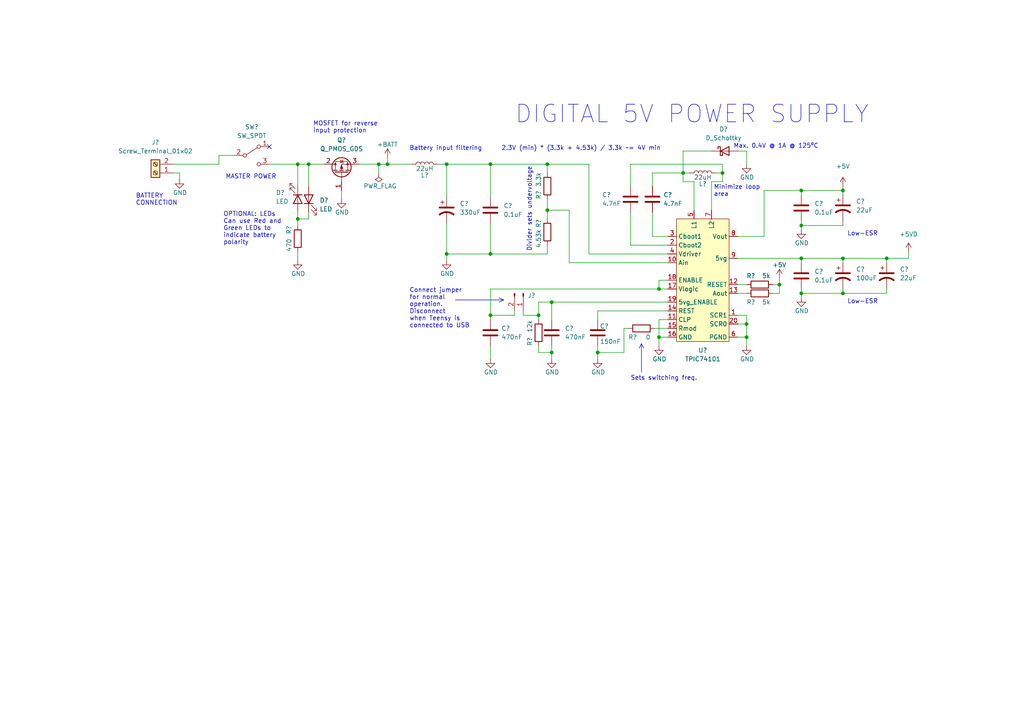
<source format=kicad_sch>
(kicad_sch (version 20230121) (generator eeschema)
  (paper "A4")
  (lib_symbols
    (symbol "Connector:Conn_01x02_Male" (pin_names (offset 1.016) hide)
      (property "Reference" "J" (at 0 2.54 0))
      (property "Value" "Conn_01x02_Male" (at 0 -5.08 0))
      (symbol "Conn_01x02_Male_1_1"
        (polyline (pts (xy 1.27 -2.54) (xy 0.8636 -2.54)) (stroke (width 0.1524)))
        (polyline (pts (xy 1.27 0) (xy 0.8636 0)) (stroke (width 0.1524)))
        (rectangle (start 0.8636 -2.413) (end 0 -2.667) (stroke (width 0.1524)) (fill (type outline)))
        (rectangle (start 0.8636 0.127) (end 0 -0.127) (stroke (width 0.1524)) (fill (type outline)))
        (pin passive line (at 5.08 0 180) (length 3.81) (name "Pin_1") (number "1"))
        (pin passive line (at 5.08 -2.54 180) (length 3.81) (name "Pin_2") (number "2"))
      )
    )
    (symbol "Connector:Screw_Terminal_01x02" (pin_names (offset 1.016) hide)
      (property "Reference" "J" (at 0 2.54 0))
      (property "Value" "Screw_Terminal_01x02" (at 0 -5.08 0))
      (symbol "Screw_Terminal_01x02_1_1"
        (rectangle (start -1.27 1.27) (end 1.27 -3.81) (stroke (width 0.254)) (fill (type background)))
        (circle (center 0 -2.54) (radius 0.635) (stroke (width 0.1524)))
        (polyline (pts (xy -0.5334 -2.2098) (xy 0.3302 -3.048)) (stroke (width 0.1524)))
        (polyline (pts (xy -0.5334 0.3302) (xy 0.3302 -0.508)) (stroke (width 0.1524)))
        (polyline (pts (xy -0.3556 -2.032) (xy 0.508 -2.8702)) (stroke (width 0.1524)))
        (polyline (pts (xy -0.3556 0.508) (xy 0.508 -0.3302)) (stroke (width 0.1524)))
        (circle (center 0 0) (radius 0.635) (stroke (width 0.1524)))
        (pin passive line (at -5.08 0 0) (length 3.81) (name "Pin_1") (number "1"))
        (pin passive line (at -5.08 -2.54 0) (length 3.81) (name "Pin_2") (number "2"))
      )
    )
    (symbol "Device:C" (pin_numbers hide) (pin_names (offset 0.254))
      (property "Reference" "C" (at 0.635 2.54 0))
      (property "Value" "C" (at 0.635 -2.54 0))
      (symbol "C_0_1"
        (polyline (pts (xy -2.032 -0.762) (xy 2.032 -0.762)) (stroke (width 0.508)))
        (polyline (pts (xy -2.032 0.762) (xy 2.032 0.762)) (stroke (width 0.508)))
      )
      (symbol "C_1_1"
        (pin passive line (at 0 3.81 270) (length 2.794) (name "~") (number "1"))
        (pin passive line (at 0 -3.81 90) (length 2.794) (name "~") (number "2"))
      )
    )
    (symbol "Device:C_Polarized_US" (pin_numbers hide) (pin_names (offset 0.254) hide)
      (property "Reference" "C" (at 0.635 2.54 0))
      (property "Value" "C_Polarized_US" (at 0.635 -2.54 0))
      (symbol "C_Polarized_US_0_1"
        (polyline (pts (xy -2.032 0.762) (xy 2.032 0.762)) (stroke (width 0.508)))
        (polyline (pts (xy -1.778 2.286) (xy -0.762 2.286)))
        (polyline (pts (xy -1.27 1.778) (xy -1.27 2.794)))
        (arc (start 2.032 -1.27) (mid 0 -0.5572) (end -2.032 -1.27) (stroke (width 0.508)))
      )
      (symbol "C_Polarized_US_1_1"
        (pin passive line (at 0 3.81 270) (length 2.794) (name "~") (number "1"))
        (pin passive line (at 0 -3.81 90) (length 3.302) (name "~") (number "2"))
      )
    )
    (symbol "Device:D_Schottky" (pin_numbers hide) (pin_names (offset 1.016) hide)
      (property "Reference" "D" (at 0 2.54 0))
      (property "Value" "D_Schottky" (at 0 -2.54 0))
      (symbol "D_Schottky_0_1"
        (polyline (pts (xy 1.27 0) (xy -1.27 0)))
        (polyline (pts (xy 1.27 1.27) (xy 1.27 -1.27) (xy -1.27 0) (xy 1.27 1.27)) (stroke (width 0.254)))
        (polyline (pts (xy -1.905 0.635) (xy -1.905 1.27) (xy -1.27 1.27) (xy -1.27 -1.27) (xy -0.635 -1.27) (xy -0.635 -0.635)) (stroke (width 0.254)))
      )
      (symbol "D_Schottky_1_1"
        (pin passive line (at -3.81 0 0) (length 2.54) (name "K") (number "1"))
        (pin passive line (at 3.81 0 180) (length 2.54) (name "A") (number "2"))
      )
    )
    (symbol "Device:L" (pin_numbers hide) (pin_names (offset 1.016) hide)
      (property "Reference" "L" (at -1.27 0 90))
      (property "Value" "L" (at 1.905 0 90))
      (symbol "L_0_1"
        (arc (start 0 -2.54) (mid 0.6323 -1.905) (end 0 -1.27))
        (arc (start 0 -1.27) (mid 0.6323 -0.635) (end 0 0))
        (arc (start 0 0) (mid 0.6323 0.635) (end 0 1.27))
        (arc (start 0 1.27) (mid 0.6323 1.905) (end 0 2.54))
      )
      (symbol "L_1_1"
        (pin passive line (at 0 3.81 270) (length 1.27) (name "1") (number "1"))
        (pin passive line (at 0 -3.81 90) (length 1.27) (name "2") (number "2"))
      )
    )
    (symbol "Device:LED" (pin_numbers hide) (pin_names (offset 1.016) hide)
      (property "Reference" "D" (at 0 2.54 0))
      (property "Value" "LED" (at 0 -2.54 0))
      (symbol "LED_0_1"
        (polyline (pts (xy -1.27 -1.27) (xy -1.27 1.27)) (stroke (width 0.254)))
        (polyline (pts (xy -1.27 0) (xy 1.27 0)))
        (polyline (pts (xy 1.27 -1.27) (xy 1.27 1.27) (xy -1.27 0) (xy 1.27 -1.27)) (stroke (width 0.254)))
        (polyline (pts (xy -3.048 -0.762) (xy -4.572 -2.286) (xy -3.81 -2.286) (xy -4.572 -2.286) (xy -4.572 -1.524)))
        (polyline (pts (xy -1.778 -0.762) (xy -3.302 -2.286) (xy -2.54 -2.286) (xy -3.302 -2.286) (xy -3.302 -1.524)))
      )
      (symbol "LED_1_1"
        (pin passive line (at -3.81 0 0) (length 2.54) (name "K") (number "1"))
        (pin passive line (at 3.81 0 180) (length 2.54) (name "A") (number "2"))
      )
    )
    (symbol "Device:Q_PMOS_GDS" (pin_names (offset 0) hide)
      (property "Reference" "Q" (at 5.08 1.27 0))
      (property "Value" "Q_PMOS_GDS" (at 5.08 -1.27 0))
      (symbol "Q_PMOS_GDS_0_1"
        (polyline (pts (xy 0.254 0) (xy -2.54 0)))
        (polyline (pts (xy 0.254 1.905) (xy 0.254 -1.905)) (stroke (width 0.254)))
        (polyline (pts (xy 0.762 -1.27) (xy 0.762 -2.286)) (stroke (width 0.254)))
        (polyline (pts (xy 0.762 0.508) (xy 0.762 -0.508)) (stroke (width 0.254)))
        (polyline (pts (xy 0.762 2.286) (xy 0.762 1.27)) (stroke (width 0.254)))
        (polyline (pts (xy 2.54 2.54) (xy 2.54 1.778)))
        (polyline (pts (xy 2.54 -2.54) (xy 2.54 0) (xy 0.762 0)))
        (polyline (pts (xy 0.762 1.778) (xy 3.302 1.778) (xy 3.302 -1.778) (xy 0.762 -1.778)))
        (polyline (pts (xy 2.286 0) (xy 1.27 0.381) (xy 1.27 -0.381) (xy 2.286 0)) (fill (type outline)))
        (polyline (pts (xy 2.794 -0.508) (xy 2.921 -0.381) (xy 3.683 -0.381) (xy 3.81 -0.254)))
        (polyline (pts (xy 3.302 -0.381) (xy 2.921 0.254) (xy 3.683 0.254) (xy 3.302 -0.381)))
        (circle (center 1.651 0) (radius 2.794) (stroke (width 0.254)))
        (circle (center 2.54 -1.778) (radius 0.254) (fill (type outline)))
        (circle (center 2.54 1.778) (radius 0.254) (fill (type outline)))
      )
      (symbol "Q_PMOS_GDS_1_1"
        (pin input line (at -5.08 0 0) (length 2.54) (name "G") (number "1"))
        (pin passive line (at 2.54 5.08 270) (length 2.54) (name "D") (number "2"))
        (pin passive line (at 2.54 -5.08 90) (length 2.54) (name "S") (number "3"))
      )
    )
    (symbol "Device:R" (pin_numbers hide) (pin_names (offset 0))
      (property "Reference" "R" (at 2.032 0 90))
      (property "Value" "R" (at 0 0 90))
      (symbol "R_0_1"
        (rectangle (start -1.016 -2.54) (end 1.016 2.54) (stroke (width 0.254)))
      )
      (symbol "R_1_1"
        (pin passive line (at 0 3.81 270) (length 1.27) (name "~") (number "1"))
        (pin passive line (at 0 -3.81 90) (length 1.27) (name "~") (number "2"))
      )
    )
    (symbol "Switch:SW_SPDT" (pin_names (offset 0) hide)
      (property "Reference" "SW" (at 0 4.318 0))
      (property "Value" "SW_SPDT" (at 0 -5.08 0))
      (symbol "SW_SPDT_0_0"
        (circle (center -2.032 0) (radius 0.508))
        (circle (center 2.032 -2.54) (radius 0.508))
      )
      (symbol "SW_SPDT_0_1"
        (polyline (pts (xy -1.524 0.254) (xy 1.651 2.286)))
        (circle (center 2.032 2.54) (radius 0.508))
      )
      (symbol "SW_SPDT_1_1"
        (pin passive line (at 5.08 2.54 180) (length 2.54) (name "A") (number "1"))
        (pin passive line (at -5.08 0 0) (length 2.54) (name "B") (number "2"))
        (pin passive line (at 5.08 -2.54 180) (length 2.54) (name "C") (number "3"))
      )
    )
    (symbol "power:+5V" (power) (pin_names (offset 0))
      (property "Value" "+5V" (at 0 3.556 0))
      (symbol "+5V_0_1"
        (polyline (pts (xy -0.762 1.27) (xy 0 2.54)))
        (polyline (pts (xy 0 0) (xy 0 2.54)))
        (polyline (pts (xy 0 2.54) (xy 0.762 1.27)))
      )
      (symbol "+5V_1_1"
        (pin power_in line (at 0 0 90) (length 0) hide (name "+5V") (number "1"))
      )
    )
    (symbol "power:+5VD" (power) (pin_names (offset 0))
      (property "Value" "+5VD" (at 0 3.556 0))
      (symbol "+5VD_0_1"
        (polyline (pts (xy -0.762 1.27) (xy 0 2.54)))
        (polyline (pts (xy 0 0) (xy 0 2.54)))
        (polyline (pts (xy 0 2.54) (xy 0.762 1.27)))
      )
      (symbol "+5VD_1_1"
        (pin power_in line (at 0 0 90) (length 0) hide (name "+5VD") (number "1"))
      )
    )
    (symbol "power:+BATT" (power) (pin_names (offset 0))
      (property "Value" "+BATT" (at 0 3.556 0))
      (symbol "+BATT_0_1"
        (polyline (pts (xy -0.762 1.27) (xy 0 2.54)))
        (polyline (pts (xy 0 0) (xy 0 2.54)))
        (polyline (pts (xy 0 2.54) (xy 0.762 1.27)))
      )
      (symbol "+BATT_1_1"
        (pin power_in line (at 0 0 90) (length 0) hide (name "+BATT") (number "1"))
      )
    )
    (symbol "power:GND" (power) (pin_names (offset 0))
      (property "Value" "GND" (at 0 -3.81 0))
      (symbol "GND_0_1"
        (polyline (pts (xy 0 0) (xy 0 -1.27) (xy 1.27 -1.27) (xy 0 -2.54) (xy -1.27 -1.27) (xy 0 -1.27)))
      )
      (symbol "GND_1_1"
        (pin power_in line (at 0 0 270) (length 0) hide (name "GND") (number "1"))
      )
    )
    (symbol "power:PWR_FLAG" (power) (pin_numbers hide) (pin_names (offset 0) hide)
      (property "Value" "PWR_FLAG" (at 0 3.81 0))
      (symbol "PWR_FLAG_0_0"
        (pin power_out line (at 0 0 90) (length 0) (name "pwr") (number "1"))
      )
      (symbol "PWR_FLAG_0_1"
        (polyline (pts (xy 0 0) (xy 0 1.27) (xy -1.016 1.905) (xy 0 2.54) (xy 1.016 1.905) (xy 0 1.27)))
      )
    )
    (symbol "sym_library:TPIC74101"
      (property "Reference" "U?" (at 0 -21.59 0))
      (property "Value" "TPIC74101" (at 0 -19.05 0))
      (symbol "TPIC74101_0_1"
        (rectangle (start -7.62 17.78) (end 7.62 -17.78) (fill (type background)))
      )
      (symbol "TPIC74101_1_1"
        (pin input line (at 10.16 -10.16 180) (length 2.54) (name "SCR1") (number "1"))
        (pin input line (at -10.16 5.08 0) (length 2.54) (name "Ain") (number "10"))
        (pin bidirectional line (at -10.16 -11.43 0) (length 2.54) (name "CLP") (number "11"))
        (pin open_collector line (at 10.16 -1.27 180) (length 2.54) (name "RESET") (number "12"))
        (pin open_collector line (at 10.16 -3.81 180) (length 2.54) (name "Aout") (number "13"))
        (pin output line (at -10.16 -8.89 0) (length 2.54) (name "REST") (number "14"))
        (pin input line (at -10.16 -13.97 0) (length 2.54) (name "Rmod") (number "15"))
        (pin power_in line (at -10.16 -16.51 0) (length 2.54) (name "GND") (number "16"))
        (pin power_out line (at -10.16 -2.54 0) (length 2.54) (name "Vlogic") (number "17"))
        (pin input line (at -10.16 0 0) (length 2.54) (name "ENABLE") (number "18"))
        (pin input line (at -10.16 -6.35 0) (length 2.54) (name "5vg_ENABLE") (number "19"))
        (pin input line (at -10.16 10.16 0) (length 2.54) (name "Cboot2") (number "2"))
        (pin input line (at 10.16 -12.7 180) (length 2.54) (name "SCR0") (number "20"))
        (pin power_in line (at 10.16 -16.51 180) (length 2.54) hide (name "PAD") (number "21"))
        (pin input line (at -10.16 12.7 0) (length 2.54) (name "Cboot1") (number "3"))
        (pin input line (at -10.16 7.62 0) (length 2.54) (name "Vdriver") (number "4"))
        (pin input line (at -2.54 20.32 270) (length 2.54) (name "L1") (number "5"))
        (pin power_out line (at 10.16 -16.51 180) (length 2.54) (name "PGND") (number "6"))
        (pin input line (at 2.54 20.32 270) (length 2.54) (name "L2") (number "7"))
        (pin power_out line (at 10.16 12.7 180) (length 2.54) (name "Vout") (number "8"))
        (pin power_out line (at 10.16 6.35 180) (length 2.54) (name "5vg") (number "9"))
      )
    )
  )
  (junction (at 158.75 60.96))
  (junction (at 89.535 47.625))
  (junction (at 160.02 87.63))
  (junction (at 216.535 97.79))
  (junction (at 156.21 91.44))
  (junction (at 244.475 74.93))
  (junction (at 191.135 97.79))
  (junction (at 86.36 47.625))
  (junction (at 109.855 47.625))
  (junction (at 232.41 65.405))
  (junction (at 232.41 85.09))
  (junction (at 86.36 63.5))
  (junction (at 142.24 91.44))
  (junction (at 244.475 85.09))
  (junction (at 129.54 47.625))
  (junction (at 209.55 50.165))
  (junction (at 257.175 74.93))
  (junction (at 232.41 55.245))
  (junction (at 173.355 102.235))
  (junction (at 129.54 73.66))
  (junction (at 112.395 47.625))
  (junction (at 232.41 74.93))
  (junction (at 198.12 50.165))
  (junction (at 158.75 47.625))
  (junction (at 191.135 83.82))
  (junction (at 142.24 47.625))
  (junction (at 160.02 102.235))
  (junction (at 226.06 82.55))
  (junction (at 244.475 55.245))
  (junction (at 142.24 73.66))
  (junction (at 216.535 93.98))
  (no_connect (at 78.105 42.545))
  (wire (pts (xy 182.88 61.595) (xy 182.88 71.12)))
  (polyline (pts (xy 186.055 99.695) (xy 185.42 100.965)) (stroke (width 0) (type solid)))
  (wire (pts (xy 216.535 97.79) (xy 216.535 100.33)))
  (wire (pts (xy 216.535 91.44) (xy 216.535 93.98)))
  (wire (pts (xy 213.995 68.58) (xy 221.615 68.58)))
  (wire (pts (xy 63.5 45.085) (xy 67.945 45.085)))
  (wire (pts (xy 89.535 61.595) (xy 89.535 63.5)))
  (wire (pts (xy 129.54 47.625) (xy 129.54 57.15)))
  (wire (pts (xy 160.02 87.63) (xy 193.675 87.63)))
  (wire (pts (xy 232.41 74.93) (xy 244.475 74.93)))
  (wire (pts (xy 191.135 97.79) (xy 191.135 100.33)))
  (wire (pts (xy 182.245 95.25) (xy 180.975 95.25)))
  (wire (pts (xy 156.21 102.235) (xy 160.02 102.235)))
  (wire (pts (xy 165.1 76.2) (xy 165.1 60.96)))
  (wire (pts (xy 244.475 74.93) (xy 244.475 76.2)))
  (wire (pts (xy 165.1 60.96) (xy 158.75 60.96)))
  (wire (pts (xy 257.175 85.09) (xy 244.475 85.09)))
  (wire (pts (xy 86.36 73.025) (xy 86.36 75.565)))
  (polyline (pts (xy 146.05 86.995) (xy 132.08 86.995)) (stroke (width 0) (type solid)))
  (wire (pts (xy 216.535 47.625) (xy 216.535 43.815)))
  (wire (pts (xy 160.02 100.33) (xy 160.02 102.235)))
  (wire (pts (xy 156.21 100.33) (xy 156.21 102.235)))
  (wire (pts (xy 232.41 64.135) (xy 232.41 65.405)))
  (wire (pts (xy 193.675 90.17) (xy 173.355 90.17)))
  (wire (pts (xy 78.105 47.625) (xy 86.36 47.625)))
  (wire (pts (xy 198.12 43.815) (xy 198.12 50.165)))
  (wire (pts (xy 198.12 50.165) (xy 200.025 50.165)))
  (wire (pts (xy 244.475 85.09) (xy 232.41 85.09)))
  (wire (pts (xy 160.02 102.235) (xy 160.02 104.14)))
  (wire (pts (xy 232.41 65.405) (xy 232.41 66.675)))
  (wire (pts (xy 209.55 47.625) (xy 209.55 50.165)))
  (wire (pts (xy 193.675 73.66) (xy 170.815 73.66)))
  (wire (pts (xy 158.75 57.785) (xy 158.75 60.96)))
  (wire (pts (xy 182.88 71.12) (xy 193.675 71.12)))
  (wire (pts (xy 156.21 92.71) (xy 156.21 91.44)))
  (wire (pts (xy 142.24 100.33) (xy 142.24 104.14)))
  (wire (pts (xy 129.54 64.77) (xy 129.54 73.66)))
  (wire (pts (xy 50.165 47.625) (xy 63.5 47.625)))
  (wire (pts (xy 257.175 74.93) (xy 257.175 76.2)))
  (wire (pts (xy 232.41 85.09) (xy 232.41 86.36)))
  (wire (pts (xy 191.135 83.82) (xy 193.675 83.82)))
  (wire (pts (xy 86.36 47.625) (xy 89.535 47.625)))
  (wire (pts (xy 193.675 76.2) (xy 165.1 76.2)))
  (wire (pts (xy 244.475 56.515) (xy 244.475 55.245)))
  (wire (pts (xy 209.55 50.165) (xy 207.645 50.165)))
  (wire (pts (xy 213.995 82.55) (xy 216.535 82.55)))
  (wire (pts (xy 112.395 47.625) (xy 119.38 47.625)))
  (wire (pts (xy 213.995 85.09) (xy 216.535 85.09)))
  (wire (pts (xy 226.06 80.645) (xy 226.06 82.55)))
  (wire (pts (xy 232.41 56.515) (xy 232.41 55.245)))
  (wire (pts (xy 109.855 47.625) (xy 112.395 47.625)))
  (wire (pts (xy 201.295 52.705) (xy 198.12 52.705)))
  (wire (pts (xy 182.88 47.625) (xy 209.55 47.625)))
  (wire (pts (xy 104.14 47.625) (xy 109.855 47.625)))
  (wire (pts (xy 224.155 85.09) (xy 226.06 85.09)))
  (wire (pts (xy 226.06 85.09) (xy 226.06 82.55)))
  (wire (pts (xy 86.36 61.595) (xy 86.36 63.5)))
  (wire (pts (xy 127 47.625) (xy 129.54 47.625)))
  (wire (pts (xy 160.02 87.63) (xy 160.02 92.71)))
  (wire (pts (xy 232.41 74.93) (xy 232.41 76.2)))
  (wire (pts (xy 221.615 55.245) (xy 232.41 55.245)))
  (wire (pts (xy 89.535 53.975) (xy 89.535 47.625)))
  (wire (pts (xy 63.5 47.625) (xy 63.5 45.085)))
  (wire (pts (xy 173.355 102.235) (xy 173.355 104.14)))
  (wire (pts (xy 86.36 63.5) (xy 86.36 65.405)))
  (wire (pts (xy 257.175 83.82) (xy 257.175 85.09)))
  (wire (pts (xy 142.24 83.82) (xy 191.135 83.82)))
  (wire (pts (xy 142.24 64.77) (xy 142.24 73.66)))
  (wire (pts (xy 244.475 55.245) (xy 232.41 55.245)))
  (wire (pts (xy 213.995 97.79) (xy 216.535 97.79)))
  (wire (pts (xy 189.23 68.58) (xy 193.675 68.58)))
  (wire (pts (xy 209.55 52.705) (xy 209.55 50.165)))
  (wire (pts (xy 201.295 60.96) (xy 201.295 52.705)))
  (wire (pts (xy 189.23 61.595) (xy 189.23 68.58)))
  (wire (pts (xy 191.135 81.28) (xy 191.135 83.82)))
  (wire (pts (xy 129.54 73.66) (xy 129.54 75.565)))
  (wire (pts (xy 99.06 55.245) (xy 99.06 57.785)))
  (wire (pts (xy 142.24 57.15) (xy 142.24 47.625)))
  (wire (pts (xy 263.525 73.025) (xy 263.525 74.93)))
  (wire (pts (xy 112.395 45.72) (xy 112.395 47.625)))
  (polyline (pts (xy 146.05 86.995) (xy 144.78 86.36)) (stroke (width 0) (type solid)))
  (wire (pts (xy 149.225 90.17) (xy 149.225 91.44)))
  (wire (pts (xy 89.535 63.5) (xy 86.36 63.5)))
  (wire (pts (xy 226.06 82.55) (xy 224.155 82.55)))
  (wire (pts (xy 189.23 53.975) (xy 189.23 50.165)))
  (wire (pts (xy 221.615 55.245) (xy 221.615 68.58)))
  (wire (pts (xy 244.475 53.975) (xy 244.475 55.245)))
  (wire (pts (xy 109.855 47.625) (xy 109.855 50.165)))
  (wire (pts (xy 244.475 74.93) (xy 257.175 74.93)))
  (wire (pts (xy 206.375 52.705) (xy 209.55 52.705)))
  (polyline (pts (xy 186.055 99.695) (xy 186.69 100.965)) (stroke (width 0) (type solid)))
  (wire (pts (xy 50.165 50.165) (xy 52.07 50.165)))
  (wire (pts (xy 158.75 47.625) (xy 158.75 50.165)))
  (wire (pts (xy 257.175 74.93) (xy 263.525 74.93)))
  (wire (pts (xy 142.24 92.71) (xy 142.24 91.44)))
  (wire (pts (xy 156.21 91.44) (xy 156.21 87.63)))
  (wire (pts (xy 142.24 91.44) (xy 142.24 83.82)))
  (polyline (pts (xy 146.05 86.995) (xy 144.78 87.63)) (stroke (width 0) (type solid)))
  (wire (pts (xy 189.865 95.25) (xy 193.675 95.25)))
  (wire (pts (xy 151.765 90.17) (xy 151.765 91.44)))
  (wire (pts (xy 193.675 81.28) (xy 191.135 81.28)))
  (wire (pts (xy 129.54 73.66) (xy 142.24 73.66)))
  (wire (pts (xy 173.355 100.33) (xy 173.355 102.235)))
  (wire (pts (xy 142.24 47.625) (xy 129.54 47.625)))
  (wire (pts (xy 180.975 102.235) (xy 173.355 102.235)))
  (wire (pts (xy 89.535 47.625) (xy 93.98 47.625)))
  (polyline (pts (xy 186.055 99.695) (xy 186.055 107.95)) (stroke (width 0) (type solid)))
  (wire (pts (xy 173.355 90.17) (xy 173.355 92.71)))
  (wire (pts (xy 52.07 50.165) (xy 52.07 52.07)))
  (wire (pts (xy 244.475 83.82) (xy 244.475 85.09)))
  (wire (pts (xy 158.75 73.66) (xy 158.75 71.12)))
  (wire (pts (xy 198.12 50.165) (xy 198.12 52.705)))
  (wire (pts (xy 189.23 50.165) (xy 198.12 50.165)))
  (wire (pts (xy 213.995 74.93) (xy 232.41 74.93)))
  (wire (pts (xy 86.36 47.625) (xy 86.36 53.975)))
  (wire (pts (xy 206.375 43.815) (xy 198.12 43.815)))
  (wire (pts (xy 244.475 65.405) (xy 232.41 65.405)))
  (wire (pts (xy 244.475 64.135) (xy 244.475 65.405)))
  (wire (pts (xy 151.765 91.44) (xy 156.21 91.44)))
  (wire (pts (xy 158.75 60.96) (xy 158.75 63.5)))
  (wire (pts (xy 158.75 47.625) (xy 142.24 47.625)))
  (wire (pts (xy 191.135 92.71) (xy 191.135 97.79)))
  (wire (pts (xy 156.21 87.63) (xy 160.02 87.63)))
  (wire (pts (xy 142.24 73.66) (xy 158.75 73.66)))
  (wire (pts (xy 193.675 92.71) (xy 191.135 92.71)))
  (wire (pts (xy 213.995 93.98) (xy 216.535 93.98)))
  (wire (pts (xy 180.975 95.25) (xy 180.975 102.235)))
  (wire (pts (xy 149.225 91.44) (xy 142.24 91.44)))
  (wire (pts (xy 191.135 97.79) (xy 193.675 97.79)))
  (wire (pts (xy 182.88 53.975) (xy 182.88 47.625)))
  (wire (pts (xy 216.535 43.815) (xy 213.995 43.815)))
  (wire (pts (xy 216.535 93.98) (xy 216.535 97.79)))
  (wire (pts (xy 213.995 91.44) (xy 216.535 91.44)))
  (wire (pts (xy 206.375 60.96) (xy 206.375 52.705)))
  (wire (pts (xy 170.815 47.625) (xy 158.75 47.625)))
  (wire (pts (xy 170.815 73.66) (xy 170.815 47.625)))
  (wire (pts (xy 232.41 83.82) (xy 232.41 85.09)))
  (text "MOSFET for reverse\ninput protection" (at 90.805 38.735 0) (effects (font (size 1.27 1.27)) (justify left bottom)))
  (text "Battery input filtering" (at 118.745 43.815 0) (effects (font (size 1.27 1.27)) (justify left bottom)))
  (text "BATTERY\nCONNECTION" (at 39.37 59.69 0) (effects (font (size 1.27 1.27)) (justify left bottom)))
  (text "Max. 0.4V @ 1A @ 125ºC" (at 212.725 43.18 0) (effects (font (size 1.27 1.27)) (justify left bottom)))
  (text "Low-ESR" (at 245.745 88.265 0) (effects (font (size 1.27 1.27)) (justify left bottom)))
  (text "Minimize loop\narea" (at 207.01 57.15 0) (effects (font (size 1.27 1.27)) (justify left bottom)))
  (text "OPTIONAL: LEDs\nCan use Red and\nGreen LEDs to\nindicate battery\npolarity" (at 64.77 71.12 0) (effects (font (size 1.27 1.27)) (justify left bottom)))
  (text "Divider sets undervoltage" (at 154.305 73.025 90) (effects (font (size 1.27 1.27)) (justify left bottom)))
  (text "Sets switching freq." (at 182.88 110.49 0) (effects (font (size 1.27 1.27)) (justify left bottom)))
  (text "DIGITAL 5V POWER SUPPLY" (at 149.225 36.195 0) (effects (font (size 5.08 5.08)) (justify left bottom)))
  (text "MASTER POWER" (at 65.405 52.07 0) (effects (font (size 1.27 1.27)) (justify left bottom)))
  (text "Low-ESR" (at 245.745 68.58 0) (effects (font (size 1.27 1.27)) (justify left bottom)))
  (text "Connect jumper\nfor normal \noperation.\nDisconnect\nwhen Teensy is\nconnected to USB" (at 118.745 95.25 0) (effects (font (size 1.27 1.27)) (justify left bottom)))
  (text "2.3V (min) * (3.3k + 4.53k) / 3.3k ~= 4V min" (at 145.415 43.815 0) (effects (font (size 1.27 1.27)) (justify left bottom)))
  (symbol (lib_id "power:GND") (at 232.41 66.675 0) (unit 1)
    (property "Reference" "#PWR?" (effects hide))
    (property "Value" "GND" (at 230.505 70.485 0) (effects (justify left)))
  )
  (symbol (lib_id "Device:C") (at 142.24 60.96 0) (unit 1)
    (property "Reference" "C?" (at 146.05 59.6899 0) (effects (justify left)))
    (property "Value" "0.1uF" (at 146.05 62.2299 0) (effects (justify left)))
    (property "Footprint" "Capacitor_SMD:C_0603_1608Metric_Pad1.08x0.95mm_HandSolder" (effects hide))
  )
  (symbol (lib_id "Device:R") (at 220.345 82.55 90) (mirror x) (unit 1)
    (property "Reference" "R?" (at 217.805 80.01 90))
    (property "Value" "5k" (at 222.25 80.01 90))
    (property "Footprint" "Resistor_SMD:R_0603_1608Metric_Pad0.98x0.95mm_HandSolder" (effects hide))
  )
  (symbol (lib_id "Device:C") (at 160.02 96.52 0) (unit 1)
    (property "Reference" "C?" (at 163.83 95.2499 0) (effects (justify left)))
    (property "Value" "470nF" (at 163.83 97.7899 0) (effects (justify left)))
    (property "Footprint" "Capacitor_SMD:C_0603_1608Metric_Pad1.08x0.95mm_HandSolder" (effects hide))
  )
  (symbol (lib_id "Device:L") (at 203.835 50.165 90) (unit 1)
    (property "Reference" "L?" (at 203.835 53.34 90))
    (property "Value" "22uH" (at 203.835 51.435 90))
    (property "Footprint" "custom_footprints:L_SRR1050HA_Bourns" (effects hide))
  )
  (symbol (lib_id "power:PWR_FLAG") (at 109.855 50.165 180) (unit 1)
    (property "Reference" "#FLG?" (effects hide))
    (property "Value" "PWR_FLAG" (at 105.41 53.975 0) (effects (justify right)))
  )
  (symbol (lib_id "Device:R") (at 220.345 85.09 90) (unit 1)
    (property "Reference" "R?" (at 217.805 87.63 90))
    (property "Value" "5k" (at 222.25 87.63 90))
    (property "Footprint" "Resistor_SMD:R_0603_1608Metric_Pad0.98x0.95mm_HandSolder" (effects hide))
  )
  (symbol (lib_id "Connector:Conn_01x02_Male") (at 151.765 85.09 270) (unit 1)
    (property "Reference" "J?" (at 153.035 85.7249 90) (effects (justify left)))
    (property "Value" "Conn_01x02_Male" (effects hide))
    (property "Footprint" "Connector_PinHeader_2.54mm:PinHeader_1x02_P2.54mm_Vertical" (effects hide))
  )
  (symbol (lib_id "Device:Q_PMOS_GDS") (at 99.06 50.165 90) (unit 1)
    (property "Reference" "Q?" (at 99.06 40.64 90))
    (property "Value" "Q_PMOS_GDS" (at 99.06 43.18 90))
    (property "Footprint" "Package_TO_SOT_SMD:TO-263-3_TabPin2" (effects hide))
  )
  (symbol (lib_id "Device:C") (at 232.41 80.01 0) (unit 1)
    (property "Reference" "C?" (at 236.22 78.7399 0) (effects (justify left)))
    (property "Value" "0.1uF" (at 236.22 81.2799 0) (effects (justify left)))
    (property "Footprint" "Capacitor_SMD:C_0603_1608Metric_Pad1.08x0.95mm_HandSolder" (effects hide))
  )
  (symbol (lib_id "power:GND") (at 216.535 47.625 0) (unit 1)
    (property "Reference" "#PWR?" (effects hide))
    (property "Value" "GND" (at 214.63 51.435 0) (effects (justify left)))
  )
  (symbol (lib_id "power:GND") (at 99.06 57.785 0) (unit 1)
    (property "Reference" "#PWR?" (effects hide))
    (property "Value" "GND" (at 97.155 61.595 0) (effects (justify left)))
  )
  (symbol (lib_id "Device:LED") (at 86.36 57.785 270) (unit 1)
    (property "Reference" "D?" (at 80.01 55.88 90) (effects (justify left)))
    (property "Value" "LED" (at 80.01 58.42 90) (effects (justify left)))
    (property "Footprint" "LED_THT:LED_D5.0mm" (effects hide))
  )
  (symbol (lib_id "power:GND") (at 216.535 100.33 0) (unit 1)
    (property "Reference" "#PWR?" (effects hide))
    (property "Value" "GND" (at 214.63 104.14 0) (effects (justify left)))
  )
  (symbol (lib_id "power:GND") (at 142.24 104.14 0) (unit 1)
    (property "Reference" "#PWR?" (effects hide))
    (property "Value" "GND" (at 140.335 107.95 0) (effects (justify left)))
  )
  (symbol (lib_id "Device:R") (at 186.055 95.25 90) (unit 1)
    (property "Reference" "R?" (at 183.515 97.79 90))
    (property "Value" "0" (at 187.96 97.79 90))
    (property "Footprint" "Resistor_SMD:R_0603_1608Metric_Pad0.98x0.95mm_HandSolder" (effects hide))
  )
  (symbol (lib_id "Device:C") (at 182.88 57.785 0) (mirror y) (unit 1)
    (property "Reference" "C?" (at 174.625 56.515 0) (effects (justify right)))
    (property "Value" "4.7nF" (at 174.625 59.055 0) (effects (justify right)))
    (property "Footprint" "Capacitor_SMD:C_0603_1608Metric_Pad1.08x0.95mm_HandSolder" (effects hide))
  )
  (symbol (lib_id "Device:D_Schottky") (at 210.185 43.815 0) (unit 1)
    (property "Reference" "D?" (at 209.8675 37.465 0))
    (property "Value" "D_Schottky" (at 209.8675 40.005 0))
    (property "Footprint" "Diode_SMD:D_TUMD2" (effects hide))
  )
  (symbol (lib_id "Device:C_Polarized_US") (at 244.475 80.01 0) (unit 1)
    (property "Reference" "C?" (at 248.285 78.1049 0) (effects (justify left)))
    (property "Value" "100uF" (at 248.285 80.6449 0) (effects (justify left)))
    (property "Footprint" "Capacitor_SMD:CP_Elec_8x10.5" (effects hide))
  )
  (symbol (lib_id "power:GND") (at 173.355 104.14 0) (unit 1)
    (property "Reference" "#PWR?" (effects hide))
    (property "Value" "GND" (at 171.45 107.95 0) (effects (justify left)))
  )
  (symbol (lib_id "Device:L") (at 123.19 47.625 90) (unit 1)
    (property "Reference" "L?" (at 123.19 50.8 90))
    (property "Value" "22uH" (at 123.19 48.895 90))
    (property "Footprint" "custom_footprints:L_SRR1050HA_Bourns" (effects hide))
  )
  (symbol (lib_id "power:+5V") (at 244.475 53.975 0) (unit 1)
    (property "Reference" "#PWR?" (effects hide))
    (property "Value" "+5V" (at 244.475 48.26 0))
  )
  (symbol (lib_id "Device:LED") (at 89.535 57.785 90) (unit 1)
    (property "Reference" "D?" (at 92.71 58.1024 90) (effects (justify right)))
    (property "Value" "LED" (at 92.71 60.6424 90) (effects (justify right)))
    (property "Footprint" "LED_THT:LED_D5.0mm" (effects hide))
  )
  (symbol (lib_id "Device:C_Polarized_US") (at 129.54 60.96 0) (unit 1)
    (property "Reference" "C?" (at 133.35 59.0549 0) (effects (justify left)))
    (property "Value" "330uF" (at 133.35 61.5949 0) (effects (justify left)))
    (property "Footprint" "Capacitor_SMD:CP_Elec_10x10.5" (effects hide))
  )
  (symbol (lib_id "Device:C") (at 173.355 96.52 0) (unit 1)
    (property "Reference" "C?" (at 173.99 94.615 0) (effects (justify left)))
    (property "Value" "150nF" (at 173.99 99.06 0) (effects (justify left)))
    (property "Footprint" "Capacitor_SMD:C_0603_1608Metric_Pad1.08x0.95mm_HandSolder" (effects hide))
  )
  (symbol (lib_id "Device:C_Polarized_US") (at 257.175 80.01 0) (unit 1)
    (property "Reference" "C?" (at 260.985 78.1049 0) (effects (justify left)))
    (property "Value" "22uF" (at 260.985 80.6449 0) (effects (justify left)))
    (property "Footprint" "Capacitor_SMD:CP_Elec_8x10.5" (effects hide))
  )
  (symbol (lib_id "Device:C") (at 232.41 60.325 0) (unit 1)
    (property "Reference" "C?" (at 236.22 59.0549 0) (effects (justify left)))
    (property "Value" "0.1uF" (at 236.22 61.5949 0) (effects (justify left)))
    (property "Footprint" "Capacitor_SMD:C_0603_1608Metric_Pad1.08x0.95mm_HandSolder" (effects hide))
  )
  (symbol (lib_id "power:GND") (at 191.135 100.33 0) (unit 1)
    (property "Reference" "#PWR?" (effects hide))
    (property "Value" "GND" (at 189.23 104.14 0) (effects (justify left)))
  )
  (symbol (lib_id "Switch:SW_SPDT") (at 73.025 45.085 0) (unit 1)
    (property "Reference" "SW?" (at 73.025 36.83 0))
    (property "Value" "SW_SPDT" (at 73.025 39.37 0))
    (property "Footprint" "custom_footprints:SW_SPDT_NKK_MS12AANW03" (effects hide))
  )
  (symbol (lib_id "Connector:Screw_Terminal_01x02") (at 45.085 50.165 180) (unit 1)
    (property "Reference" "J?" (at 45.085 41.275 0))
    (property "Value" "Screw_Terminal_01x02" (at 45.085 43.815 0))
    (property "Footprint" "TerminalBlock:TerminalBlock_bornier-2_P5.08mm" (effects hide))
  )
  (symbol (lib_id "Device:R") (at 158.75 53.975 0) (mirror x) (unit 1)
    (property "Reference" "R?" (at 156.21 56.515 90))
    (property "Value" "3.3k" (at 156.21 52.07 90))
    (property "Footprint" "Resistor_SMD:R_0603_1608Metric_Pad0.98x0.95mm_HandSolder" (effects hide))
  )
  (symbol (lib_id "power:GND") (at 160.02 104.14 0) (unit 1)
    (property "Reference" "#PWR?" (effects hide))
    (property "Value" "GND" (at 158.115 107.95 0) (effects (justify left)))
  )
  (symbol (lib_id "Device:R") (at 156.21 96.52 0) (mirror x) (unit 1)
    (property "Reference" "R?" (at 153.67 99.06 90))
    (property "Value" "12k" (at 153.67 94.615 90))
    (property "Footprint" "Resistor_SMD:R_0603_1608Metric_Pad0.98x0.95mm_HandSolder" (effects hide))
  )
  (symbol (lib_id "sym_library:TPIC74101") (at 203.835 81.28 0) (unit 1)
    (property "Reference" "U?" (at 203.835 101.6 0))
    (property "Value" "TPIC74101" (at 203.835 104.14 0))
    (property "Footprint" "custom_footprints:HTSSOP-20-1EP_4.4x6.5mm_P0.65mm_EP3.4x6.5mm_ThermalVias" (effects hide))
  )
  (symbol (lib_id "power:+BATT") (at 112.395 45.72 0) (unit 1)
    (property "Reference" "#PWR?" (effects hide))
    (property "Value" "+BATT" (at 112.395 41.91 0))
  )
  (symbol (lib_id "Device:R") (at 86.36 69.215 0) (unit 1)
    (property "Reference" "R?" (at 83.82 66.675 90))
    (property "Value" "470" (at 83.82 71.12 90))
    (property "Footprint" "Resistor_SMD:R_0603_1608Metric_Pad0.98x0.95mm_HandSolder" (effects hide))
  )
  (symbol (lib_id "Device:C") (at 189.23 57.785 0) (unit 1)
    (property "Reference" "C?" (at 192.405 56.5149 0) (effects (justify left)))
    (property "Value" "4.7nF" (at 192.405 59.0549 0) (effects (justify left)))
    (property "Footprint" "Capacitor_SMD:C_0603_1608Metric_Pad1.08x0.95mm_HandSolder" (effects hide))
  )
  (symbol (lib_id "Device:R") (at 158.75 67.31 0) (unit 1)
    (property "Reference" "R?" (at 156.21 64.77 90))
    (property "Value" "4.53k" (at 156.21 69.215 90))
    (property "Footprint" "Resistor_SMD:R_0603_1608Metric_Pad0.98x0.95mm_HandSolder" (effects hide))
  )
  (symbol (lib_id "Device:C_Polarized_US") (at 244.475 60.325 0) (unit 1)
    (property "Reference" "C?" (at 248.285 58.4199 0) (effects (justify left)))
    (property "Value" "22uF" (at 248.285 60.9599 0) (effects (justify left)))
    (property "Footprint" "Capacitor_SMD:CP_Elec_8x10.5" (effects hide))
  )
  (symbol (lib_id "Device:C") (at 142.24 96.52 0) (mirror y) (unit 1)
    (property "Reference" "C?" (at 145.415 95.2499 0) (effects (justify right)))
    (property "Value" "470nF" (at 145.415 97.7899 0) (effects (justify right)))
    (property "Footprint" "Capacitor_SMD:C_0603_1608Metric_Pad1.08x0.95mm_HandSolder" (effects hide))
  )
  (symbol (lib_id "power:GND") (at 129.54 75.565 0) (unit 1)
    (property "Reference" "#PWR?" (effects hide))
    (property "Value" "GND" (at 127.635 79.375 0) (effects (justify left)))
  )
  (symbol (lib_id "power:GND") (at 232.41 86.36 0) (unit 1)
    (property "Reference" "#PWR?" (effects hide))
    (property "Value" "GND" (at 230.505 90.17 0) (effects (justify left)))
  )
  (symbol (lib_id "power:GND") (at 52.07 52.07 0) (unit 1)
    (property "Reference" "#PWR?" (effects hide))
    (property "Value" "GND" (at 50.165 55.88 0) (effects (justify left)))
  )
  (symbol (lib_id "power:+5V") (at 226.06 80.645 0) (unit 1)
    (property "Reference" "#PWR?" (effects hide))
    (property "Value" "+5V" (at 226.06 76.835 0))
  )
  (symbol (lib_id "power:+5VD") (at 263.525 73.025 0) (unit 1)
    (property "Reference" "#PWR?" (effects hide))
    (property "Value" "+5VD" (at 263.525 67.945 0))
  )
  (symbol (lib_id "power:GND") (at 86.36 75.565 0) (unit 1)
    (property "Reference" "#PWR?" (effects hide))
    (property "Value" "GND" (at 84.455 79.375 0) (effects (justify left)))
  )
)
</source>
